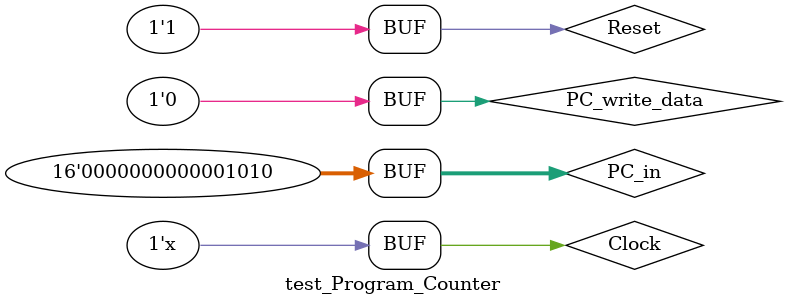
<source format=v>
`timescale 1ns / 1ps

module test_Program_Counter;

parameter N = 16;

reg [N-1:0] PC_in;
wire [N-1:0] PC_out;
reg Reset;
reg PC_write_data;
reg Clock;

Program_Counter pc1 (
    .PC_in(PC_in),
    .PC_out(PC_out),
    .PC_write_data(PC_write_data),
    .Clock(Clock),
    .Reset(Reset)
);

initial 
begin
    #0 Reset=0;
    #0 Clock = 1;
    #0 PC_in = 10;
    #0 PC_write_data = 0;
    #15 PC_write_data = 1;
    #15 Reset=1;
    #0 PC_write_data=0; 
end

always 
begin 
    #5 Clock = !Clock;
end


endmodule

</source>
